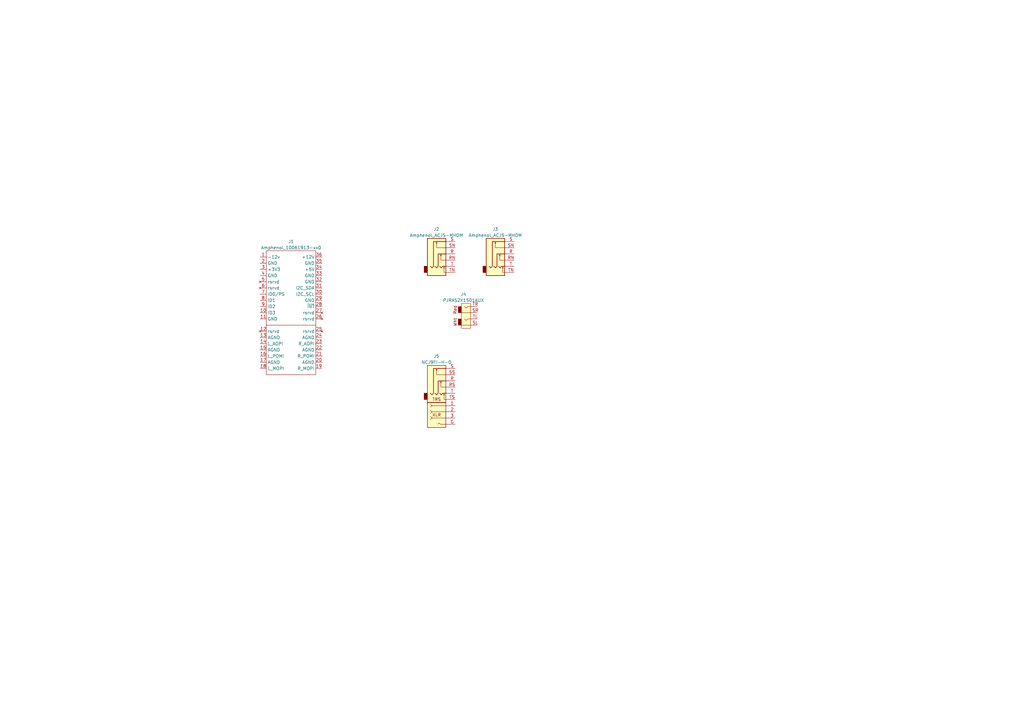
<source format=kicad_sch>
(kicad_sch (version 20230121) (generator eeschema)
  (paper "A3")
  (lib_symbols
    (symbol "silver-box-modular:Amphenol_10061913-xx0"
      (property "Reference" "J" (at 0 2.54 0))
      (property "Value" "Amphenol_10061913-xx0" (at 0 -50.8 0))
      (symbol "Amphenol_10061913-xx0_0_1"
        (rectangle (start -10.16 1.27) (end 10.16 -49.53))
        (polyline (pts (xy 10.16 -29.21) (xy -10.16 -29.21)))
      )
      (symbol "Amphenol_10061913-xx0_1_1"
        (pin power_out line (at -12.7 -1.27 0) (length 2.54) (name "-12v") (number "1"))
        (pin passive line (at -12.7 -24.13 0) (length 2.54) (name "ID3") (number "10"))
        (pin power_in line (at -12.7 -26.67 0) (length 2.54) (name "GND") (number "11"))
        (pin no_connect line (at -12.7 -31.75 0) (length 2.54) (name "rsrvd") (number "12"))
        (pin power_in line (at -12.7 -34.29 0) (length 2.54) (name "AGND") (number "13"))
        (pin passive line (at -12.7 -36.83 0) (length 2.54) (name "L_AOPI") (number "14"))
        (pin power_in line (at -12.7 -39.37 0) (length 2.54) (name "AGND") (number "15"))
        (pin passive line (at -12.7 -41.91 0) (length 2.54) (name "L_POMI") (number "16"))
        (pin power_in line (at -12.7 -44.45 0) (length 2.54) (name "AGND") (number "17"))
        (pin passive line (at -12.7 -46.99 0) (length 2.54) (name "L_MOPI") (number "18"))
        (pin passive line (at 12.7 -46.99 180) (length 2.54) (name "R_MOPI") (number "19"))
        (pin power_in line (at -12.7 -3.81 0) (length 2.54) (name "GND") (number "2"))
        (pin power_in line (at 12.7 -44.45 180) (length 2.54) (name "AGND") (number "20"))
        (pin passive line (at 12.7 -41.91 180) (length 2.54) (name "R_POMI") (number "21"))
        (pin power_in line (at 12.7 -39.37 180) (length 2.54) (name "AGND") (number "22"))
        (pin passive line (at 12.7 -36.83 180) (length 2.54) (name "R_AOPI") (number "23"))
        (pin power_in line (at 12.7 -34.29 180) (length 2.54) (name "AGND") (number "24"))
        (pin no_connect line (at 12.7 -31.75 180) (length 2.54) (name "rsrvd") (number "25"))
        (pin no_connect line (at 12.7 -26.67 180) (length 2.54) (name "rsrvd") (number "26"))
        (pin no_connect line (at 12.7 -24.13 180) (length 2.54) (name "rsrvd") (number "27"))
        (pin passive line (at 12.7 -21.59 180) (length 2.54) (name "~{INT}") (number "28"))
        (pin power_in line (at 12.7 -19.05 180) (length 2.54) (name "GND") (number "29"))
        (pin power_out line (at -12.7 -6.35 0) (length 2.54) (name "+3V3") (number "3"))
        (pin passive line (at 12.7 -16.51 180) (length 2.54) (name "I2C_SCL") (number "30"))
        (pin passive line (at 12.7 -13.97 180) (length 2.54) (name "I2C_SDA") (number "31"))
        (pin power_in line (at 12.7 -11.43 180) (length 2.54) (name "GND") (number "32"))
        (pin power_in line (at 12.7 -8.89 180) (length 2.54) (name "GND") (number "33"))
        (pin power_out line (at 12.7 -6.35 180) (length 2.54) (name "+5V") (number "34"))
        (pin power_in line (at 12.7 -3.81 180) (length 2.54) (name "GND") (number "35"))
        (pin power_out line (at 12.7 -1.27 180) (length 2.54) (name "+12V") (number "36"))
        (pin power_in line (at -12.7 -8.89 0) (length 2.54) (name "GND") (number "4"))
        (pin no_connect line (at -12.7 -11.43 0) (length 2.54) (name "rsrvd") (number "5"))
        (pin no_connect line (at -12.7 -13.97 0) (length 2.54) (name "rsrvd") (number "6"))
        (pin passive line (at -12.7 -16.51 0) (length 2.54) (name "ID0/PS") (number "7"))
        (pin passive line (at -12.7 -19.05 0) (length 2.54) (name "ID1") (number "8"))
        (pin passive line (at -12.7 -21.59 0) (length 2.54) (name "ID2") (number "9"))
      )
    )
    (symbol "silver-box-modular:Amphenol_ACJS-MHOM" (pin_names hide)
      (property "Reference" "J" (at 0 11.43 0))
      (property "Value" "Amphenol_ACJS-MHOM" (at 0 8.89 0))
      (symbol "Amphenol_ACJS-MHOM_0_1"
        (rectangle (start -6.35 -5.08) (end -7.62 -7.62) (stroke (width 0.254)) (fill (type outline)))
        (polyline (pts (xy -2.54 4.826) (xy -2.286 4.318)))
        (polyline (pts (xy -0.762 -0.254) (xy -0.508 -0.762)))
        (polyline (pts (xy 0.508 -5.334) (xy 0.762 -5.842)))
        (polyline (pts (xy 1.27 0) (xy 2.54 0)))
        (polyline (pts (xy 2.54 -5.08) (xy 1.27 -5.08)))
        (polyline (pts (xy 2.54 5.08) (xy 1.27 5.08)))
        (polyline (pts (xy -1.27 -5.08) (xy -0.635 -5.715) (xy 0 -5.08) (xy 1.27 -5.08)) (stroke (width 0.254)))
        (polyline (pts (xy 2.54 -7.62) (xy 0.508 -7.62) (xy 0.508 -5.334) (xy 0.254 -5.842)))
        (polyline (pts (xy 2.54 -2.54) (xy -0.762 -2.54) (xy -0.762 -0.254) (xy -1.016 -0.762)))
        (polyline (pts (xy 2.54 2.54) (xy -2.54 2.54) (xy -2.54 4.826) (xy -2.794 4.318)))
        (polyline (pts (xy -3.175 -5.08) (xy -2.54 -5.715) (xy -1.905 -5.08) (xy -1.905 0) (xy 1.27 0)) (stroke (width 0.254)))
        (polyline (pts (xy 1.27 5.08) (xy -3.81 5.08) (xy -3.81 -5.08) (xy -4.445 -5.715) (xy -5.08 -5.08)) (stroke (width 0.254)))
        (rectangle (start 1.27 6.35) (end -6.35 -8.89) (stroke (width 0.254)) (fill (type background)))
      )
      (symbol "Amphenol_ACJS-MHOM_1_1"
        (pin passive line (at 5.08 0 180) (length 2.54) (name "~") (number "R"))
        (pin passive line (at 5.08 -2.54 180) (length 2.54) (name "~") (number "RN"))
        (pin passive line (at 5.08 5.08 180) (length 2.54) (name "~") (number "S"))
        (pin passive line (at 5.08 2.54 180) (length 2.54) (name "~") (number "SN"))
        (pin passive line (at 5.08 -5.08 180) (length 2.54) (name "~") (number "T"))
        (pin passive line (at 5.08 -7.62 180) (length 2.54) (name "~") (number "TN"))
      )
    )
    (symbol "silver-box-modular:NCJ9FI-H-0"
      (property "Reference" "J" (at 0 0 0))
      (property "Value" "NCJ9FI-H-0" (at 0 0 0))
      (symbol "NCJ9FI-H-0_0_1"
        (polyline (pts (xy 3.81 13.716) (xy 4.064 13.208)))
        (polyline (pts (xy 5.588 8.636) (xy 5.842 8.128)))
        (polyline (pts (xy 6.858 3.556) (xy 7.112 3.048)))
        (polyline (pts (xy 7.62 8.89) (xy 8.89 8.89)))
        (polyline (pts (xy 8.89 3.81) (xy 7.62 3.81)))
        (polyline (pts (xy 8.89 13.97) (xy 7.62 13.97)))
        (polyline (pts (xy 5.08 3.81) (xy 5.715 3.175) (xy 6.35 3.81) (xy 7.62 3.81)) (stroke (width 0.254)))
        (polyline (pts (xy 8.89 1.27) (xy 6.858 1.27) (xy 6.858 3.556) (xy 6.604 3.048)))
        (polyline (pts (xy 8.89 6.35) (xy 5.588 6.35) (xy 5.588 8.636) (xy 5.334 8.128)))
        (polyline (pts (xy 8.89 11.43) (xy 3.81 11.43) (xy 3.81 13.716) (xy 3.556 13.208)))
        (polyline (pts (xy 3.175 3.81) (xy 3.81 3.175) (xy 4.445 3.81) (xy 4.445 8.89) (xy 7.62 8.89)) (stroke (width 0.254)))
        (polyline (pts (xy 7.62 13.97) (xy 2.54 13.97) (xy 2.54 3.81) (xy 1.905 3.175) (xy 1.27 3.81)) (stroke (width 0.254)))
        (rectangle (start 0 3.81) (end -1.27 1.27) (stroke (width 0.254)) (fill (type outline)))
      )
      (symbol "NCJ9FI-H-0_1_1"
        (polyline (pts (xy 1.27 -6.985) (xy 1.905 -6.35)))
        (polyline (pts (xy 1.27 -5.715) (xy 1.905 -6.35)))
        (polyline (pts (xy 1.27 -4.445) (xy 1.905 -3.81)))
        (polyline (pts (xy 1.27 -3.175) (xy 1.905 -3.81)))
        (polyline (pts (xy 1.27 -1.905) (xy 1.905 -1.27)))
        (polyline (pts (xy 1.27 -0.635) (xy 1.905 -1.27)))
        (polyline (pts (xy 8.89 -6.35) (xy 1.905 -6.35)))
        (polyline (pts (xy 8.89 -3.81) (xy 1.905 -3.81)))
        (polyline (pts (xy 8.89 -1.27) (xy 1.905 -1.27)))
        (polyline (pts (xy 8.89 -8.89) (xy 5.334 -8.89) (xy 4.826 -8.382) (xy 4.318 -8.89)))
        (rectangle (start 0 0) (end 7.62 -10.16) (stroke (width 0.2)) (fill (type background)))
        (rectangle (start 0 15.24) (end 7.62 0) (stroke (width 0.2)) (fill (type background)))
        (rectangle (start 0.635 -3.81) (end 0.635 -3.81))
        (text "TRS\n" (at 3.81 1.27 0) (effects (font (size 1.27 1.27))))
        (text "XLR" (at 3.81 -5.08 0) (effects (font (size 1.27 1.27))))
        (pin passive line (at 11.43 -1.27 180) (length 2.54) (name "") (number "1"))
        (pin passive line (at 11.43 -3.81 180) (length 2.54) (name "") (number "2"))
        (pin passive line (at 11.43 -6.35 180) (length 2.54) (name "") (number "3"))
        (pin passive line (at 11.43 -8.89 180) (length 2.54) (name "") (number "G"))
        (pin passive line (at 11.43 8.89 180) (length 2.54) (name "~") (number "R"))
        (pin passive line (at 11.43 6.35 180) (length 2.54) (name "~") (number "RS"))
        (pin passive line (at 11.43 13.97 180) (length 2.54) (name "~") (number "S"))
        (pin passive line (at 11.43 11.43 180) (length 2.54) (name "~") (number "SS"))
        (pin passive line (at 11.43 3.81 180) (length 2.54) (name "~") (number "T"))
        (pin passive line (at 11.43 1.27 180) (length 2.54) (name "~") (number "TS"))
      )
    )
    (symbol "silver-box-modular:PJRAS2X1S01AUX" (pin_names (offset 1.016))
      (property "Reference" "J" (at -2.54 -6.35 0))
      (property "Value" "PJRAS2X1S01AUX" (at -2.54 -6.35 0))
      (symbol "PJRAS2X1S01AUX_0_0"
        (text "Red" (at -5.08 2.54 900) (effects (font (size 1.27 1.27))))
        (text "Wht" (at -5.08 -2.54 900) (effects (font (size 1.27 1.27))))
      )
      (symbol "PJRAS2X1S01AUX_0_1"
        (rectangle (start -3.81 -1.27) (end -2.54 -3.81) (fill (type outline)))
        (rectangle (start -2.54 1.27) (end -3.81 3.81) (fill (type outline)))
        (rectangle (start -2.54 5.08) (end 1.27 -5.08) (fill (type background)))
        (polyline (pts (xy -2.54 -3.81) (xy 2.54 -3.81)))
        (polyline (pts (xy -2.54 1.27) (xy 2.54 1.27)))
        (polyline (pts (xy -1.27 -1.27) (xy -0.635 -1.905) (xy 0 -1.27) (xy 2.54 -1.27)))
        (polyline (pts (xy -1.27 3.81) (xy -0.635 3.175) (xy 0 3.81) (xy 2.54 3.81)))
      )
      (symbol "PJRAS2X1S01AUX_1_1"
        (pin passive line (at 3.81 -3.81 180) (length 1.27) (name "~") (number "SL"))
        (pin passive line (at 3.81 1.27 180) (length 1.27) (name "~") (number "SR"))
        (pin passive line (at 3.81 -1.27 180) (length 1.27) (name "~") (number "TL"))
        (pin passive line (at 3.81 3.81 180) (length 1.27) (name "~") (number "TR"))
      )
    )
  )
  (symbol (lib_id "silver-box-modular:PJRAS2X1S01AUX") (at 191.77 129.54 0) (unit 1)
    (property "Reference" "J4" (at 190.0832 120.65 0))
    (property "Value" "PJRAS2X1S01AUX" (at 190.0832 123.19 0))
    (property "Footprint" "silver-box-feetprints:PJRAS2X1S01AUX" (effects hide))
  )
  (symbol (lib_id "silver-box-modular:Amphenol_10061913-xx0") (at 119.38 104.14 0) (unit 1)
    (property "Reference" "J1" (at 119.38 99.06 0))
    (property "Value" "Amphenol_10061913-xx0" (at 119.38 101.6 0))
    (property "Footprint" "silver-box-feetprints:Card Edge board Amphenol 10061913-100PLF" (effects hide))
  )
  (symbol (lib_id "silver-box-modular:Amphenol_ACJS-MHOM") (at 205.74 104.14 0) (unit 1)
    (property "Reference" "J3" (at 203.1365 93.98 0))
    (property "Value" "Amphenol_ACJS-MHOM" (at 203.1365 96.52 0))
    (property "Footprint" "silver-box-feetprints:ACJS-MHOM" (effects hide))
  )
  (symbol (lib_id "silver-box-modular:Amphenol_ACJS-MHOM") (at 181.61 104.14 0) (unit 1)
    (property "Reference" "J2" (at 179.0065 93.98 0))
    (property "Value" "Amphenol_ACJS-MHOM" (at 179.0065 96.52 0))
    (property "Footprint" "silver-box-feetprints:ACJS-MHOM" (effects hide))
  )
  (symbol (lib_id "silver-box-modular:NCJ9FI-H-0") (at 175.26 165.1 0) (unit 1)
    (property "Reference" "J5" (at 179.0065 146.05 0))
    (property "Value" "NCJ9FI-H-0" (at 179.0065 148.59 0))
    (property "Footprint" "silver-box-feetprints:Neutrik  NCJ9FI-H-0" (effects hide))
  )
)
</source>
